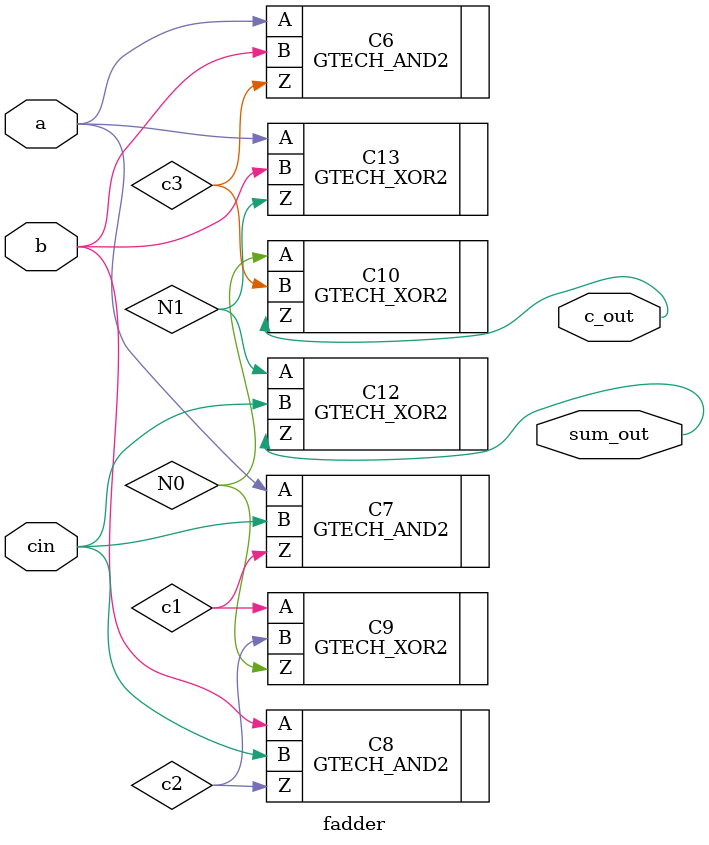
<source format=v>

module fadder ( a, b, cin, sum_out, c_out );
  input a, b, cin;
  output sum_out, c_out;
  wire   c1, c2, c3, N0, N1;

  GTECH_AND2 C6 ( .A(a), .B(b), .Z(c3) );
  GTECH_AND2 C7 ( .A(a), .B(cin), .Z(c1) );
  GTECH_AND2 C8 ( .A(b), .B(cin), .Z(c2) );
  GTECH_XOR2 C9 ( .A(c1), .B(c2), .Z(N0) );
  GTECH_XOR2 C10 ( .A(N0), .B(c3), .Z(c_out) );
  GTECH_XOR2 C12 ( .A(N1), .B(cin), .Z(sum_out) );
  GTECH_XOR2 C13 ( .A(a), .B(b), .Z(N1) );
endmodule


</source>
